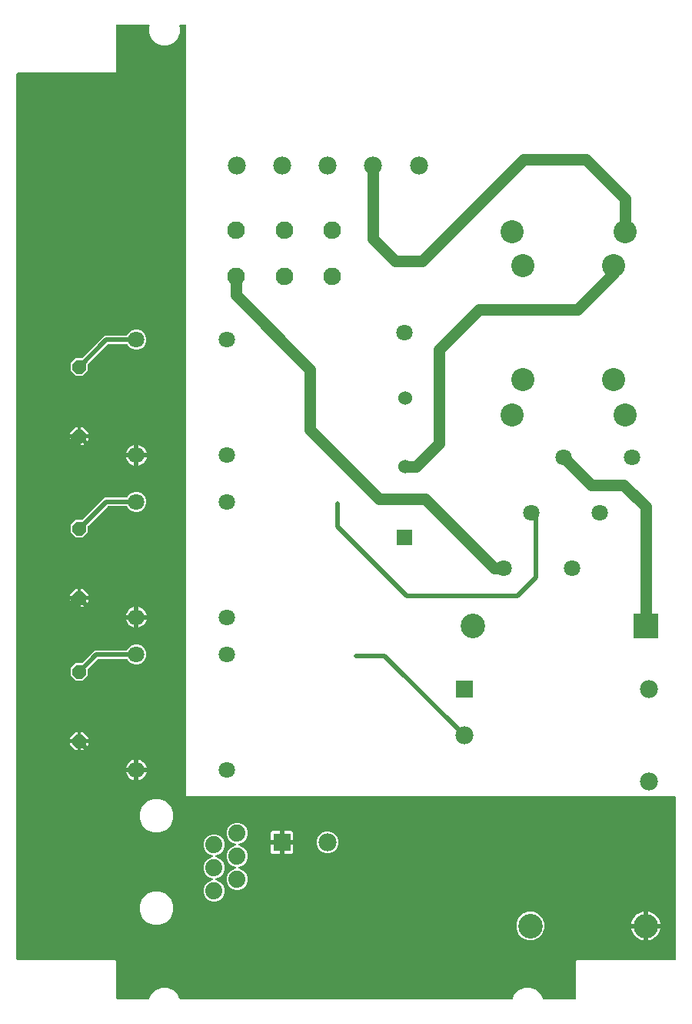
<source format=gbl>
G04 EAGLE Gerber RS-274X export*
G75*
%MOMM*%
%FSLAX34Y34*%
%LPD*%
%INBottom Copper*%
%IPPOS*%
%AMOC8*
5,1,8,0,0,1.08239X$1,22.5*%
G01*
%ADD10C,1.800000*%
%ADD11C,1.879600*%
%ADD12P,1.583577X8X292.500000*%
%ADD13C,1.930400*%
%ADD14R,2.700000X2.700000*%
%ADD15C,2.700000*%
%ADD16R,1.980000X1.980000*%
%ADD17C,1.980000*%
%ADD18C,2.540000*%
%ADD19R,1.800000X1.800000*%
%ADD20C,1.530000*%
%ADD21C,0.508000*%
%ADD22C,0.502400*%
%ADD23C,1.016000*%
%ADD24C,1.270000*%

G36*
X147325Y68734D02*
X147325Y68734D01*
X147355Y68732D01*
X147483Y68754D01*
X147611Y68771D01*
X147639Y68781D01*
X147668Y68787D01*
X147786Y68840D01*
X147907Y68888D01*
X147931Y68905D01*
X147958Y68917D01*
X148059Y68998D01*
X148164Y69074D01*
X148183Y69097D01*
X148206Y69116D01*
X148284Y69219D01*
X148367Y69319D01*
X148380Y69346D01*
X148398Y69370D01*
X148468Y69514D01*
X150587Y74630D01*
X155370Y79413D01*
X161618Y82001D01*
X168382Y82001D01*
X174630Y79413D01*
X179413Y74630D01*
X181532Y69514D01*
X181546Y69489D01*
X181555Y69461D01*
X181625Y69351D01*
X181689Y69238D01*
X181710Y69217D01*
X181725Y69192D01*
X181820Y69103D01*
X181910Y69010D01*
X181936Y68994D01*
X181957Y68974D01*
X182071Y68911D01*
X182182Y68843D01*
X182210Y68835D01*
X182236Y68820D01*
X182361Y68788D01*
X182485Y68750D01*
X182515Y68748D01*
X182544Y68741D01*
X182704Y68731D01*
X547296Y68731D01*
X547325Y68734D01*
X547355Y68732D01*
X547483Y68754D01*
X547611Y68771D01*
X547639Y68781D01*
X547668Y68787D01*
X547786Y68840D01*
X547907Y68888D01*
X547931Y68905D01*
X547958Y68917D01*
X548059Y68998D01*
X548164Y69074D01*
X548183Y69097D01*
X548206Y69116D01*
X548284Y69219D01*
X548367Y69319D01*
X548380Y69346D01*
X548398Y69370D01*
X548468Y69514D01*
X550587Y74630D01*
X555370Y79413D01*
X561618Y82001D01*
X568382Y82001D01*
X574630Y79413D01*
X579413Y74630D01*
X581532Y69514D01*
X581546Y69489D01*
X581555Y69461D01*
X581625Y69351D01*
X581689Y69238D01*
X581710Y69217D01*
X581725Y69192D01*
X581820Y69103D01*
X581910Y69010D01*
X581936Y68994D01*
X581957Y68974D01*
X582071Y68911D01*
X582182Y68843D01*
X582210Y68835D01*
X582236Y68820D01*
X582361Y68788D01*
X582485Y68750D01*
X582515Y68748D01*
X582544Y68741D01*
X582704Y68731D01*
X616730Y68731D01*
X616848Y68746D01*
X616967Y68753D01*
X617005Y68766D01*
X617046Y68771D01*
X617156Y68814D01*
X617269Y68851D01*
X617304Y68873D01*
X617341Y68888D01*
X617437Y68958D01*
X617538Y69021D01*
X617566Y69051D01*
X617599Y69074D01*
X617675Y69166D01*
X617756Y69253D01*
X617776Y69288D01*
X617801Y69319D01*
X617852Y69427D01*
X617910Y69531D01*
X617920Y69571D01*
X617937Y69607D01*
X617959Y69724D01*
X617989Y69839D01*
X617993Y69900D01*
X617997Y69920D01*
X617995Y69940D01*
X617999Y70000D01*
X617999Y110829D01*
X619171Y112001D01*
X726730Y112001D01*
X726848Y112016D01*
X726967Y112023D01*
X727005Y112036D01*
X727046Y112041D01*
X727156Y112084D01*
X727269Y112121D01*
X727304Y112143D01*
X727341Y112158D01*
X727437Y112227D01*
X727538Y112291D01*
X727566Y112321D01*
X727599Y112344D01*
X727675Y112436D01*
X727756Y112523D01*
X727776Y112558D01*
X727801Y112589D01*
X727852Y112697D01*
X727910Y112801D01*
X727920Y112841D01*
X727937Y112877D01*
X727959Y112994D01*
X727989Y113109D01*
X727993Y113169D01*
X727997Y113189D01*
X727995Y113210D01*
X727999Y113270D01*
X727999Y290860D01*
X727984Y290978D01*
X727977Y291097D01*
X727964Y291135D01*
X727959Y291176D01*
X727916Y291286D01*
X727879Y291399D01*
X727857Y291434D01*
X727842Y291471D01*
X727773Y291567D01*
X727709Y291668D01*
X727679Y291696D01*
X727656Y291729D01*
X727564Y291805D01*
X727477Y291886D01*
X727442Y291906D01*
X727411Y291931D01*
X727303Y291982D01*
X727199Y292040D01*
X727159Y292050D01*
X727123Y292067D01*
X727006Y292089D01*
X726891Y292119D01*
X726831Y292123D01*
X726811Y292127D01*
X726790Y292125D01*
X726730Y292129D01*
X188489Y292129D01*
X188489Y1140000D01*
X188474Y1140118D01*
X188467Y1140237D01*
X188454Y1140275D01*
X188449Y1140316D01*
X188406Y1140426D01*
X188369Y1140539D01*
X188347Y1140574D01*
X188332Y1140611D01*
X188263Y1140707D01*
X188199Y1140808D01*
X188169Y1140836D01*
X188146Y1140869D01*
X188054Y1140945D01*
X187967Y1141026D01*
X187932Y1141046D01*
X187901Y1141071D01*
X187793Y1141122D01*
X187689Y1141180D01*
X187649Y1141190D01*
X187613Y1141207D01*
X187496Y1141229D01*
X187381Y1141259D01*
X187321Y1141263D01*
X187301Y1141267D01*
X187280Y1141265D01*
X187220Y1141269D01*
X182704Y1141269D01*
X182655Y1141263D01*
X182605Y1141265D01*
X182498Y1141243D01*
X182389Y1141229D01*
X182342Y1141211D01*
X182294Y1141201D01*
X182195Y1141153D01*
X182093Y1141112D01*
X182053Y1141083D01*
X182008Y1141061D01*
X181925Y1140990D01*
X181836Y1140926D01*
X181804Y1140887D01*
X181766Y1140855D01*
X181703Y1140765D01*
X181633Y1140681D01*
X181612Y1140636D01*
X181583Y1140595D01*
X181544Y1140492D01*
X181497Y1140393D01*
X181488Y1140344D01*
X181470Y1140298D01*
X181458Y1140188D01*
X181438Y1140081D01*
X181441Y1140031D01*
X181435Y1139982D01*
X181450Y1139873D01*
X181457Y1139763D01*
X181473Y1139716D01*
X181480Y1139667D01*
X181532Y1139514D01*
X182001Y1138382D01*
X182001Y1131618D01*
X179413Y1125370D01*
X174630Y1120587D01*
X168382Y1117999D01*
X161618Y1117999D01*
X155370Y1120587D01*
X150587Y1125370D01*
X147999Y1131618D01*
X147999Y1138382D01*
X148468Y1139514D01*
X148480Y1139556D01*
X148494Y1139585D01*
X148494Y1139590D01*
X148503Y1139607D01*
X148523Y1139715D01*
X148552Y1139821D01*
X148553Y1139871D01*
X148562Y1139920D01*
X148556Y1140029D01*
X148557Y1140139D01*
X148546Y1140187D01*
X148543Y1140237D01*
X148509Y1140341D01*
X148483Y1140448D01*
X148460Y1140492D01*
X148445Y1140539D01*
X148386Y1140632D01*
X148335Y1140729D01*
X148301Y1140766D01*
X148275Y1140808D01*
X148194Y1140883D01*
X148121Y1140965D01*
X148079Y1140992D01*
X148043Y1141026D01*
X147947Y1141079D01*
X147855Y1141139D01*
X147808Y1141156D01*
X147764Y1141180D01*
X147658Y1141207D01*
X147554Y1141243D01*
X147505Y1141247D01*
X147456Y1141259D01*
X147296Y1141269D01*
X113270Y1141269D01*
X113152Y1141254D01*
X113033Y1141247D01*
X112995Y1141234D01*
X112954Y1141229D01*
X112844Y1141186D01*
X112731Y1141149D01*
X112696Y1141127D01*
X112659Y1141112D01*
X112563Y1141043D01*
X112462Y1140979D01*
X112434Y1140949D01*
X112401Y1140926D01*
X112325Y1140834D01*
X112244Y1140747D01*
X112224Y1140712D01*
X112199Y1140681D01*
X112148Y1140573D01*
X112090Y1140469D01*
X112080Y1140429D01*
X112063Y1140393D01*
X112041Y1140276D01*
X112011Y1140161D01*
X112007Y1140101D01*
X112003Y1140081D01*
X112004Y1140064D01*
X112003Y1140058D01*
X112004Y1140049D01*
X112001Y1140000D01*
X112001Y1089171D01*
X110829Y1087999D01*
X3270Y1087999D01*
X3152Y1087984D01*
X3033Y1087977D01*
X2995Y1087964D01*
X2954Y1087959D01*
X2844Y1087916D01*
X2731Y1087879D01*
X2696Y1087857D01*
X2659Y1087842D01*
X2563Y1087773D01*
X2462Y1087709D01*
X2434Y1087679D01*
X2401Y1087656D01*
X2325Y1087564D01*
X2244Y1087477D01*
X2224Y1087442D01*
X2199Y1087411D01*
X2148Y1087303D01*
X2090Y1087199D01*
X2080Y1087159D01*
X2063Y1087123D01*
X2041Y1087006D01*
X2011Y1086891D01*
X2007Y1086831D01*
X2003Y1086811D01*
X2005Y1086790D01*
X2001Y1086730D01*
X2001Y113270D01*
X2016Y113152D01*
X2023Y113033D01*
X2036Y112995D01*
X2041Y112954D01*
X2084Y112844D01*
X2121Y112731D01*
X2143Y112696D01*
X2158Y112659D01*
X2227Y112563D01*
X2291Y112462D01*
X2321Y112434D01*
X2344Y112401D01*
X2436Y112325D01*
X2523Y112244D01*
X2558Y112224D01*
X2589Y112199D01*
X2697Y112148D01*
X2801Y112090D01*
X2841Y112080D01*
X2877Y112063D01*
X2994Y112041D01*
X3109Y112011D01*
X3169Y112007D01*
X3189Y112003D01*
X3210Y112005D01*
X3270Y112001D01*
X110829Y112001D01*
X112001Y110829D01*
X112001Y70000D01*
X112016Y69882D01*
X112023Y69763D01*
X112036Y69725D01*
X112041Y69684D01*
X112084Y69574D01*
X112121Y69461D01*
X112143Y69426D01*
X112158Y69389D01*
X112227Y69293D01*
X112291Y69192D01*
X112321Y69164D01*
X112344Y69131D01*
X112436Y69056D01*
X112523Y68974D01*
X112558Y68954D01*
X112589Y68929D01*
X112697Y68878D01*
X112801Y68820D01*
X112841Y68810D01*
X112877Y68793D01*
X112994Y68771D01*
X113109Y68741D01*
X113169Y68737D01*
X113189Y68733D01*
X113210Y68735D01*
X113270Y68731D01*
X147296Y68731D01*
X147325Y68734D01*
G37*
%LPC*%
G36*
X217343Y176841D02*
X217343Y176841D01*
X213135Y178584D01*
X209914Y181805D01*
X208171Y186013D01*
X208171Y190567D01*
X209914Y194775D01*
X213135Y197996D01*
X217533Y199817D01*
X217653Y199886D01*
X217776Y199951D01*
X217791Y199965D01*
X217809Y199975D01*
X217909Y200072D01*
X218012Y200165D01*
X218023Y200182D01*
X218037Y200196D01*
X218110Y200315D01*
X218186Y200431D01*
X218193Y200450D01*
X218203Y200467D01*
X218244Y200600D01*
X218290Y200732D01*
X218291Y200752D01*
X218297Y200771D01*
X218304Y200910D01*
X218315Y201049D01*
X218311Y201069D01*
X218312Y201089D01*
X218284Y201225D01*
X218260Y201362D01*
X218252Y201381D01*
X218248Y201400D01*
X218187Y201526D01*
X218130Y201652D01*
X218117Y201668D01*
X218108Y201686D01*
X218018Y201792D01*
X217931Y201900D01*
X217915Y201913D01*
X217902Y201928D01*
X217788Y202008D01*
X217677Y202092D01*
X217652Y202104D01*
X217642Y202111D01*
X217623Y202118D01*
X217533Y202163D01*
X213135Y203984D01*
X209914Y207205D01*
X208171Y211413D01*
X208171Y215967D01*
X209914Y220175D01*
X213135Y223396D01*
X217533Y225217D01*
X217653Y225286D01*
X217776Y225351D01*
X217791Y225365D01*
X217809Y225375D01*
X217909Y225472D01*
X218012Y225565D01*
X218023Y225582D01*
X218037Y225596D01*
X218110Y225715D01*
X218186Y225831D01*
X218193Y225850D01*
X218203Y225867D01*
X218244Y226000D01*
X218290Y226132D01*
X218291Y226152D01*
X218297Y226171D01*
X218304Y226310D01*
X218315Y226449D01*
X218311Y226469D01*
X218312Y226489D01*
X218284Y226625D01*
X218260Y226762D01*
X218252Y226781D01*
X218248Y226800D01*
X218187Y226926D01*
X218130Y227052D01*
X218117Y227068D01*
X218108Y227086D01*
X218018Y227192D01*
X217931Y227300D01*
X217915Y227313D01*
X217902Y227328D01*
X217788Y227408D01*
X217677Y227492D01*
X217652Y227504D01*
X217642Y227511D01*
X217623Y227518D01*
X217533Y227563D01*
X213135Y229384D01*
X209914Y232605D01*
X208171Y236813D01*
X208171Y241367D01*
X209914Y245575D01*
X213135Y248796D01*
X217343Y250539D01*
X221897Y250539D01*
X226105Y248796D01*
X229326Y245575D01*
X231069Y241367D01*
X231069Y236813D01*
X229326Y232605D01*
X226105Y229384D01*
X221707Y227563D01*
X221587Y227494D01*
X221464Y227429D01*
X221449Y227415D01*
X221431Y227405D01*
X221331Y227308D01*
X221228Y227215D01*
X221217Y227198D01*
X221203Y227184D01*
X221130Y227066D01*
X221054Y226949D01*
X221047Y226930D01*
X221037Y226913D01*
X220996Y226780D01*
X220950Y226648D01*
X220949Y226628D01*
X220943Y226609D01*
X220936Y226470D01*
X220925Y226331D01*
X220929Y226311D01*
X220928Y226291D01*
X220956Y226155D01*
X220980Y226018D01*
X220988Y225999D01*
X220992Y225980D01*
X221053Y225855D01*
X221110Y225728D01*
X221123Y225712D01*
X221132Y225694D01*
X221222Y225588D01*
X221309Y225480D01*
X221325Y225467D01*
X221338Y225452D01*
X221452Y225372D01*
X221563Y225288D01*
X221588Y225276D01*
X221598Y225269D01*
X221617Y225262D01*
X221707Y225217D01*
X226105Y223396D01*
X229326Y220175D01*
X231069Y215967D01*
X231069Y211413D01*
X229326Y207205D01*
X226105Y203984D01*
X221707Y202163D01*
X221587Y202094D01*
X221464Y202029D01*
X221449Y202015D01*
X221431Y202005D01*
X221331Y201908D01*
X221228Y201815D01*
X221217Y201798D01*
X221203Y201784D01*
X221130Y201666D01*
X221054Y201549D01*
X221047Y201530D01*
X221037Y201513D01*
X220996Y201380D01*
X220950Y201248D01*
X220949Y201228D01*
X220943Y201209D01*
X220936Y201070D01*
X220925Y200931D01*
X220929Y200911D01*
X220928Y200891D01*
X220956Y200755D01*
X220980Y200618D01*
X220988Y200599D01*
X220992Y200580D01*
X221053Y200455D01*
X221110Y200328D01*
X221123Y200312D01*
X221132Y200294D01*
X221222Y200188D01*
X221309Y200080D01*
X221325Y200067D01*
X221338Y200052D01*
X221452Y199972D01*
X221563Y199888D01*
X221588Y199876D01*
X221598Y199869D01*
X221617Y199862D01*
X221707Y199817D01*
X226105Y197996D01*
X229326Y194775D01*
X231069Y190567D01*
X231069Y186013D01*
X229326Y181805D01*
X226105Y178584D01*
X221897Y176841D01*
X217343Y176841D01*
G37*
%LPD*%
%LPC*%
G36*
X242743Y189541D02*
X242743Y189541D01*
X238535Y191284D01*
X235314Y194505D01*
X233571Y198713D01*
X233571Y203267D01*
X235314Y207475D01*
X238535Y210696D01*
X242933Y212517D01*
X243053Y212586D01*
X243176Y212651D01*
X243191Y212665D01*
X243209Y212675D01*
X243309Y212772D01*
X243412Y212865D01*
X243423Y212882D01*
X243437Y212896D01*
X243510Y213015D01*
X243586Y213131D01*
X243593Y213150D01*
X243603Y213167D01*
X243644Y213300D01*
X243690Y213432D01*
X243691Y213452D01*
X243697Y213471D01*
X243704Y213610D01*
X243715Y213749D01*
X243711Y213769D01*
X243712Y213789D01*
X243684Y213925D01*
X243660Y214062D01*
X243652Y214081D01*
X243648Y214100D01*
X243587Y214226D01*
X243530Y214352D01*
X243517Y214368D01*
X243508Y214386D01*
X243418Y214492D01*
X243331Y214600D01*
X243315Y214613D01*
X243302Y214628D01*
X243188Y214708D01*
X243077Y214792D01*
X243052Y214804D01*
X243042Y214811D01*
X243023Y214818D01*
X242933Y214863D01*
X238535Y216684D01*
X235314Y219905D01*
X233571Y224113D01*
X233571Y228667D01*
X235314Y232875D01*
X238535Y236096D01*
X242933Y237917D01*
X243053Y237986D01*
X243176Y238051D01*
X243191Y238065D01*
X243209Y238075D01*
X243309Y238172D01*
X243412Y238265D01*
X243423Y238282D01*
X243437Y238296D01*
X243510Y238415D01*
X243586Y238531D01*
X243593Y238550D01*
X243603Y238567D01*
X243644Y238700D01*
X243690Y238832D01*
X243691Y238852D01*
X243697Y238871D01*
X243704Y239010D01*
X243715Y239149D01*
X243711Y239169D01*
X243712Y239189D01*
X243684Y239325D01*
X243660Y239462D01*
X243652Y239481D01*
X243648Y239500D01*
X243587Y239626D01*
X243530Y239752D01*
X243517Y239768D01*
X243508Y239786D01*
X243418Y239892D01*
X243331Y240000D01*
X243315Y240013D01*
X243302Y240028D01*
X243188Y240108D01*
X243077Y240192D01*
X243052Y240204D01*
X243042Y240211D01*
X243023Y240218D01*
X242933Y240263D01*
X238535Y242084D01*
X235314Y245305D01*
X233571Y249513D01*
X233571Y254067D01*
X235314Y258275D01*
X238535Y261496D01*
X242743Y263239D01*
X247297Y263239D01*
X251505Y261496D01*
X254726Y258275D01*
X256469Y254067D01*
X256469Y249513D01*
X254726Y245305D01*
X251505Y242084D01*
X247107Y240263D01*
X246987Y240194D01*
X246864Y240129D01*
X246849Y240115D01*
X246831Y240105D01*
X246731Y240008D01*
X246628Y239915D01*
X246617Y239898D01*
X246603Y239884D01*
X246530Y239766D01*
X246454Y239649D01*
X246447Y239630D01*
X246437Y239613D01*
X246396Y239480D01*
X246350Y239348D01*
X246349Y239328D01*
X246343Y239309D01*
X246336Y239170D01*
X246325Y239031D01*
X246329Y239011D01*
X246328Y238991D01*
X246356Y238855D01*
X246380Y238718D01*
X246388Y238699D01*
X246392Y238680D01*
X246453Y238555D01*
X246510Y238428D01*
X246523Y238412D01*
X246532Y238394D01*
X246622Y238288D01*
X246709Y238180D01*
X246725Y238167D01*
X246738Y238152D01*
X246852Y238072D01*
X246963Y237988D01*
X246988Y237976D01*
X246998Y237969D01*
X247017Y237962D01*
X247107Y237917D01*
X251505Y236096D01*
X254726Y232875D01*
X256469Y228667D01*
X256469Y224113D01*
X254726Y219905D01*
X251505Y216684D01*
X247107Y214863D01*
X246987Y214794D01*
X246864Y214729D01*
X246849Y214715D01*
X246831Y214705D01*
X246731Y214608D01*
X246628Y214515D01*
X246617Y214498D01*
X246603Y214484D01*
X246530Y214366D01*
X246454Y214249D01*
X246447Y214230D01*
X246437Y214213D01*
X246396Y214080D01*
X246350Y213948D01*
X246349Y213928D01*
X246343Y213909D01*
X246336Y213770D01*
X246325Y213631D01*
X246329Y213611D01*
X246328Y213591D01*
X246356Y213455D01*
X246380Y213318D01*
X246388Y213299D01*
X246392Y213280D01*
X246453Y213155D01*
X246510Y213028D01*
X246523Y213012D01*
X246532Y212994D01*
X246622Y212888D01*
X246709Y212780D01*
X246725Y212767D01*
X246738Y212752D01*
X246852Y212672D01*
X246963Y212588D01*
X246988Y212576D01*
X246998Y212569D01*
X247017Y212562D01*
X247107Y212517D01*
X251505Y210696D01*
X254726Y207475D01*
X256469Y203267D01*
X256469Y198713D01*
X254726Y194505D01*
X251505Y191284D01*
X247297Y189541D01*
X242743Y189541D01*
G37*
%LPD*%
%LPC*%
G36*
X67241Y755174D02*
X67241Y755174D01*
X61754Y760661D01*
X61754Y768419D01*
X67241Y773906D01*
X73468Y773906D01*
X73566Y773918D01*
X73665Y773921D01*
X73723Y773938D01*
X73783Y773946D01*
X73876Y773982D01*
X73971Y774010D01*
X74023Y774041D01*
X74079Y774063D01*
X74159Y774121D01*
X74245Y774171D01*
X74320Y774238D01*
X74336Y774250D01*
X74344Y774259D01*
X74365Y774278D01*
X98998Y798911D01*
X123012Y798911D01*
X123042Y798914D01*
X123071Y798912D01*
X123199Y798934D01*
X123328Y798951D01*
X123355Y798961D01*
X123384Y798966D01*
X123503Y799020D01*
X123623Y799068D01*
X123647Y799085D01*
X123674Y799097D01*
X123776Y799178D01*
X123881Y799254D01*
X123900Y799277D01*
X123923Y799296D01*
X124001Y799399D01*
X124084Y799499D01*
X124096Y799526D01*
X124114Y799550D01*
X124185Y799694D01*
X124552Y800580D01*
X127660Y803688D01*
X131722Y805371D01*
X136118Y805371D01*
X140180Y803688D01*
X143288Y800580D01*
X144971Y796518D01*
X144971Y792122D01*
X143288Y788060D01*
X140180Y784952D01*
X136118Y783269D01*
X131722Y783269D01*
X127660Y784952D01*
X124552Y788060D01*
X124185Y788946D01*
X124170Y788971D01*
X124161Y788999D01*
X124092Y789109D01*
X124027Y789222D01*
X124007Y789243D01*
X123991Y789268D01*
X123896Y789357D01*
X123806Y789450D01*
X123781Y789466D01*
X123759Y789486D01*
X123646Y789549D01*
X123535Y789617D01*
X123507Y789625D01*
X123481Y789640D01*
X123355Y789672D01*
X123231Y789710D01*
X123201Y789712D01*
X123173Y789719D01*
X123012Y789729D01*
X103327Y789729D01*
X103229Y789717D01*
X103130Y789714D01*
X103072Y789697D01*
X103012Y789689D01*
X102920Y789653D01*
X102825Y789625D01*
X102772Y789595D01*
X102716Y789572D01*
X102636Y789514D01*
X102551Y789464D01*
X102475Y789398D01*
X102459Y789386D01*
X102451Y789376D01*
X102430Y789358D01*
X80858Y767785D01*
X80797Y767707D01*
X80729Y767635D01*
X80700Y767582D01*
X80663Y767534D01*
X80623Y767443D01*
X80576Y767357D01*
X80560Y767298D01*
X80536Y767242D01*
X80521Y767144D01*
X80496Y767049D01*
X80490Y766949D01*
X80487Y766928D01*
X80488Y766916D01*
X80486Y766888D01*
X80486Y760661D01*
X74999Y755174D01*
X67241Y755174D01*
G37*
%LPD*%
%LPC*%
G36*
X67241Y577374D02*
X67241Y577374D01*
X61754Y582861D01*
X61754Y590619D01*
X67241Y596106D01*
X73468Y596106D01*
X73566Y596118D01*
X73665Y596121D01*
X73723Y596138D01*
X73783Y596146D01*
X73876Y596182D01*
X73971Y596210D01*
X74023Y596241D01*
X74079Y596263D01*
X74159Y596321D01*
X74245Y596371D01*
X74320Y596438D01*
X74336Y596450D01*
X74344Y596459D01*
X74365Y596478D01*
X98678Y620791D01*
X123012Y620791D01*
X123042Y620794D01*
X123071Y620792D01*
X123199Y620814D01*
X123328Y620831D01*
X123355Y620841D01*
X123384Y620846D01*
X123503Y620900D01*
X123623Y620948D01*
X123647Y620965D01*
X123674Y620977D01*
X123776Y621058D01*
X123881Y621134D01*
X123900Y621157D01*
X123923Y621176D01*
X124001Y621279D01*
X124084Y621379D01*
X124096Y621406D01*
X124114Y621430D01*
X124185Y621574D01*
X124552Y622460D01*
X127660Y625568D01*
X131722Y627251D01*
X136118Y627251D01*
X140180Y625568D01*
X143288Y622460D01*
X144971Y618398D01*
X144971Y614002D01*
X143288Y609940D01*
X140180Y606832D01*
X136118Y605149D01*
X131722Y605149D01*
X127660Y606832D01*
X124552Y609940D01*
X124185Y610826D01*
X124170Y610851D01*
X124161Y610879D01*
X124092Y610989D01*
X124027Y611102D01*
X124007Y611123D01*
X123991Y611148D01*
X123896Y611237D01*
X123806Y611330D01*
X123781Y611346D01*
X123759Y611366D01*
X123646Y611429D01*
X123535Y611497D01*
X123507Y611505D01*
X123481Y611520D01*
X123355Y611552D01*
X123231Y611590D01*
X123201Y611592D01*
X123173Y611599D01*
X123012Y611609D01*
X103007Y611609D01*
X102909Y611597D01*
X102810Y611594D01*
X102752Y611577D01*
X102692Y611569D01*
X102600Y611533D01*
X102505Y611505D01*
X102452Y611475D01*
X102396Y611452D01*
X102316Y611394D01*
X102231Y611344D01*
X102155Y611278D01*
X102139Y611266D01*
X102131Y611256D01*
X102110Y611238D01*
X80858Y589985D01*
X80797Y589907D01*
X80729Y589835D01*
X80700Y589782D01*
X80663Y589734D01*
X80623Y589643D01*
X80576Y589557D01*
X80560Y589498D01*
X80536Y589442D01*
X80521Y589344D01*
X80496Y589249D01*
X80490Y589149D01*
X80487Y589128D01*
X80488Y589116D01*
X80486Y589088D01*
X80486Y582861D01*
X74999Y577374D01*
X67241Y577374D01*
G37*
%LPD*%
%LPC*%
G36*
X67241Y419894D02*
X67241Y419894D01*
X61754Y425381D01*
X61754Y433139D01*
X67241Y438626D01*
X73468Y438626D01*
X73566Y438638D01*
X73665Y438641D01*
X73723Y438658D01*
X73783Y438666D01*
X73876Y438702D01*
X73971Y438730D01*
X74023Y438760D01*
X74079Y438783D01*
X74159Y438841D01*
X74245Y438891D01*
X74320Y438958D01*
X74336Y438970D01*
X74344Y438979D01*
X74365Y438998D01*
X85138Y449770D01*
X88198Y452831D01*
X123012Y452831D01*
X123042Y452834D01*
X123071Y452832D01*
X123199Y452854D01*
X123328Y452871D01*
X123355Y452881D01*
X123384Y452886D01*
X123503Y452940D01*
X123623Y452988D01*
X123647Y453005D01*
X123674Y453017D01*
X123776Y453098D01*
X123881Y453174D01*
X123900Y453197D01*
X123923Y453216D01*
X124001Y453319D01*
X124084Y453419D01*
X124096Y453446D01*
X124114Y453470D01*
X124185Y453614D01*
X124552Y454500D01*
X127660Y457608D01*
X131722Y459291D01*
X136118Y459291D01*
X140180Y457608D01*
X143288Y454500D01*
X144971Y450438D01*
X144971Y446042D01*
X143288Y441980D01*
X140180Y438872D01*
X136118Y437189D01*
X131722Y437189D01*
X127660Y438872D01*
X124552Y441980D01*
X124185Y442866D01*
X124170Y442891D01*
X124161Y442919D01*
X124092Y443029D01*
X124027Y443142D01*
X124007Y443163D01*
X123991Y443188D01*
X123896Y443277D01*
X123806Y443370D01*
X123781Y443386D01*
X123759Y443406D01*
X123646Y443469D01*
X123535Y443537D01*
X123507Y443545D01*
X123481Y443560D01*
X123355Y443592D01*
X123231Y443630D01*
X123201Y443632D01*
X123173Y443639D01*
X123012Y443649D01*
X92527Y443649D01*
X92429Y443637D01*
X92330Y443634D01*
X92272Y443617D01*
X92212Y443609D01*
X92120Y443573D01*
X92025Y443545D01*
X91972Y443515D01*
X91916Y443492D01*
X91836Y443434D01*
X91751Y443384D01*
X91675Y443318D01*
X91659Y443306D01*
X91651Y443296D01*
X91630Y443278D01*
X80858Y432505D01*
X80797Y432427D01*
X80729Y432355D01*
X80700Y432302D01*
X80663Y432254D01*
X80623Y432163D01*
X80576Y432077D01*
X80560Y432018D01*
X80536Y431962D01*
X80521Y431864D01*
X80496Y431769D01*
X80490Y431669D01*
X80487Y431648D01*
X80488Y431636D01*
X80486Y431608D01*
X80486Y425381D01*
X74999Y419894D01*
X67241Y419894D01*
G37*
%LPD*%
%LPC*%
G36*
X152488Y150983D02*
X152488Y150983D01*
X145778Y153763D01*
X140643Y158898D01*
X137863Y165608D01*
X137863Y172872D01*
X140643Y179582D01*
X145778Y184717D01*
X152488Y187497D01*
X159752Y187497D01*
X166462Y184717D01*
X171597Y179582D01*
X174377Y172872D01*
X174377Y165608D01*
X171597Y158898D01*
X166462Y153763D01*
X159752Y150983D01*
X152488Y150983D01*
G37*
%LPD*%
%LPC*%
G36*
X152488Y252583D02*
X152488Y252583D01*
X145778Y255363D01*
X140643Y260498D01*
X137863Y267208D01*
X137863Y274472D01*
X140643Y281182D01*
X145778Y286317D01*
X152488Y289097D01*
X159752Y289097D01*
X166462Y286317D01*
X171597Y281182D01*
X174377Y274472D01*
X174377Y267208D01*
X171597Y260498D01*
X166462Y255363D01*
X159752Y252583D01*
X152488Y252583D01*
G37*
%LPD*%
%LPC*%
G36*
X564857Y134249D02*
X564857Y134249D01*
X559141Y136617D01*
X554767Y140991D01*
X552399Y146707D01*
X552399Y152893D01*
X554767Y158609D01*
X559141Y162983D01*
X564857Y165351D01*
X571043Y165351D01*
X576759Y162983D01*
X581133Y158609D01*
X583501Y152893D01*
X583501Y146707D01*
X581133Y140991D01*
X576759Y136617D01*
X571043Y134249D01*
X564857Y134249D01*
G37*
%LPD*%
%LPC*%
G36*
X341823Y229649D02*
X341823Y229649D01*
X337430Y231469D01*
X334069Y234830D01*
X332249Y239223D01*
X332249Y243977D01*
X334069Y248370D01*
X337430Y251731D01*
X341823Y253551D01*
X346577Y253551D01*
X350970Y251731D01*
X354331Y248370D01*
X356151Y243977D01*
X356151Y239223D01*
X354331Y234830D01*
X350970Y231469D01*
X346577Y229649D01*
X341823Y229649D01*
G37*
%LPD*%
%LPC*%
G36*
X697539Y152339D02*
X697539Y152339D01*
X697539Y165645D01*
X698136Y165566D01*
X700167Y165022D01*
X702110Y164217D01*
X703931Y163166D01*
X705599Y161886D01*
X707086Y160399D01*
X708366Y158731D01*
X709417Y156910D01*
X710222Y154967D01*
X710766Y152936D01*
X710845Y152339D01*
X697539Y152339D01*
G37*
%LPD*%
%LPC*%
G36*
X679155Y152339D02*
X679155Y152339D01*
X679234Y152936D01*
X679778Y154967D01*
X680583Y156910D01*
X681634Y158731D01*
X682914Y160399D01*
X684401Y161886D01*
X686069Y163166D01*
X687890Y164217D01*
X689833Y165022D01*
X691864Y165566D01*
X692461Y165645D01*
X692461Y152339D01*
X679155Y152339D01*
G37*
%LPD*%
%LPC*%
G36*
X697539Y147261D02*
X697539Y147261D01*
X710845Y147261D01*
X710766Y146664D01*
X710222Y144633D01*
X709417Y142690D01*
X708366Y140869D01*
X707086Y139201D01*
X705599Y137714D01*
X703931Y136434D01*
X702110Y135383D01*
X700167Y134578D01*
X698136Y134034D01*
X697539Y133955D01*
X697539Y147261D01*
G37*
%LPD*%
%LPC*%
G36*
X691864Y134034D02*
X691864Y134034D01*
X689833Y134578D01*
X687890Y135383D01*
X686069Y136434D01*
X684401Y137714D01*
X682914Y139201D01*
X681634Y140869D01*
X680583Y142690D01*
X679778Y144633D01*
X679234Y146664D01*
X679155Y147261D01*
X692461Y147261D01*
X692461Y133955D01*
X691864Y134034D01*
G37*
%LPD*%
%LPC*%
G36*
X296739Y244139D02*
X296739Y244139D01*
X296739Y254041D01*
X304434Y254041D01*
X305081Y253868D01*
X305660Y253533D01*
X306133Y253060D01*
X306468Y252481D01*
X306641Y251834D01*
X306641Y244139D01*
X296739Y244139D01*
G37*
%LPD*%
%LPC*%
G36*
X296739Y229159D02*
X296739Y229159D01*
X296739Y239061D01*
X306641Y239061D01*
X306641Y231366D01*
X306468Y230719D01*
X306133Y230140D01*
X305660Y229667D01*
X305081Y229332D01*
X304434Y229159D01*
X296739Y229159D01*
G37*
%LPD*%
%LPC*%
G36*
X281759Y244139D02*
X281759Y244139D01*
X281759Y251834D01*
X281932Y252481D01*
X282267Y253060D01*
X282740Y253533D01*
X283319Y253868D01*
X283966Y254041D01*
X291661Y254041D01*
X291661Y244139D01*
X281759Y244139D01*
G37*
%LPD*%
%LPC*%
G36*
X283966Y229159D02*
X283966Y229159D01*
X283319Y229332D01*
X282740Y229667D01*
X282267Y230140D01*
X281932Y230719D01*
X281759Y231366D01*
X281759Y239061D01*
X291661Y239061D01*
X291661Y229159D01*
X283966Y229159D01*
G37*
%LPD*%
%LPC*%
G36*
X136419Y669819D02*
X136419Y669819D01*
X136419Y678609D01*
X136623Y678577D01*
X138350Y678015D01*
X139969Y677191D01*
X141438Y676123D01*
X142723Y674838D01*
X143791Y673369D01*
X144615Y671750D01*
X145177Y670023D01*
X145209Y669819D01*
X136419Y669819D01*
G37*
%LPD*%
%LPC*%
G36*
X136419Y323739D02*
X136419Y323739D01*
X136419Y332529D01*
X136623Y332497D01*
X138350Y331935D01*
X139969Y331111D01*
X141438Y330043D01*
X142723Y328758D01*
X143791Y327289D01*
X144615Y325670D01*
X145177Y323943D01*
X145209Y323739D01*
X136419Y323739D01*
G37*
%LPD*%
%LPC*%
G36*
X136419Y491699D02*
X136419Y491699D01*
X136419Y500489D01*
X136623Y500457D01*
X138350Y499895D01*
X139969Y499071D01*
X141438Y498003D01*
X142723Y496718D01*
X143791Y495249D01*
X144615Y493630D01*
X145177Y491903D01*
X145209Y491699D01*
X136419Y491699D01*
G37*
%LPD*%
%LPC*%
G36*
X136419Y486701D02*
X136419Y486701D01*
X145209Y486701D01*
X145177Y486497D01*
X144615Y484770D01*
X143791Y483151D01*
X142723Y481682D01*
X141438Y480397D01*
X139969Y479329D01*
X138350Y478505D01*
X136623Y477943D01*
X136419Y477911D01*
X136419Y486701D01*
G37*
%LPD*%
%LPC*%
G36*
X122631Y669819D02*
X122631Y669819D01*
X122663Y670023D01*
X123225Y671750D01*
X124049Y673369D01*
X125117Y674838D01*
X126402Y676123D01*
X127871Y677191D01*
X129490Y678015D01*
X131217Y678577D01*
X131421Y678609D01*
X131421Y669819D01*
X122631Y669819D01*
G37*
%LPD*%
%LPC*%
G36*
X136419Y664821D02*
X136419Y664821D01*
X145209Y664821D01*
X145177Y664617D01*
X144615Y662890D01*
X143791Y661271D01*
X142723Y659802D01*
X141438Y658517D01*
X139969Y657449D01*
X138350Y656625D01*
X136623Y656063D01*
X136419Y656031D01*
X136419Y664821D01*
G37*
%LPD*%
%LPC*%
G36*
X122631Y323739D02*
X122631Y323739D01*
X122663Y323943D01*
X123225Y325670D01*
X124049Y327289D01*
X125117Y328758D01*
X126402Y330043D01*
X127871Y331111D01*
X129490Y331935D01*
X131217Y332497D01*
X131421Y332529D01*
X131421Y323739D01*
X122631Y323739D01*
G37*
%LPD*%
%LPC*%
G36*
X136419Y318741D02*
X136419Y318741D01*
X145209Y318741D01*
X145177Y318537D01*
X144615Y316810D01*
X143791Y315191D01*
X142723Y313722D01*
X141438Y312437D01*
X139969Y311369D01*
X138350Y310545D01*
X136623Y309983D01*
X136419Y309951D01*
X136419Y318741D01*
G37*
%LPD*%
%LPC*%
G36*
X122631Y491699D02*
X122631Y491699D01*
X122663Y491903D01*
X123225Y493630D01*
X124049Y495249D01*
X125117Y496718D01*
X126402Y498003D01*
X127871Y499071D01*
X129490Y499895D01*
X131217Y500457D01*
X131421Y500489D01*
X131421Y491699D01*
X122631Y491699D01*
G37*
%LPD*%
%LPC*%
G36*
X131217Y477943D02*
X131217Y477943D01*
X129490Y478505D01*
X127871Y479329D01*
X126402Y480397D01*
X125117Y481682D01*
X124049Y483151D01*
X123225Y484770D01*
X122663Y486497D01*
X122631Y486701D01*
X131421Y486701D01*
X131421Y477911D01*
X131217Y477943D01*
G37*
%LPD*%
%LPC*%
G36*
X131217Y309983D02*
X131217Y309983D01*
X129490Y310545D01*
X127871Y311369D01*
X126402Y312437D01*
X125117Y313722D01*
X124049Y315191D01*
X123225Y316810D01*
X122663Y318537D01*
X122631Y318741D01*
X131421Y318741D01*
X131421Y309951D01*
X131217Y309983D01*
G37*
%LPD*%
%LPC*%
G36*
X131217Y656063D02*
X131217Y656063D01*
X129490Y656625D01*
X127871Y657449D01*
X126402Y658517D01*
X125117Y659802D01*
X124049Y661271D01*
X123225Y662890D01*
X122663Y664617D01*
X122631Y664821D01*
X131421Y664821D01*
X131421Y656031D01*
X131217Y656063D01*
G37*
%LPD*%
%LPC*%
G36*
X73151Y690371D02*
X73151Y690371D01*
X73151Y698196D01*
X75202Y698196D01*
X80976Y692422D01*
X80976Y690371D01*
X73151Y690371D01*
G37*
%LPD*%
%LPC*%
G36*
X73151Y512571D02*
X73151Y512571D01*
X73151Y520396D01*
X75202Y520396D01*
X80976Y514622D01*
X80976Y512571D01*
X73151Y512571D01*
G37*
%LPD*%
%LPC*%
G36*
X73151Y355091D02*
X73151Y355091D01*
X73151Y362916D01*
X75202Y362916D01*
X80976Y357142D01*
X80976Y355091D01*
X73151Y355091D01*
G37*
%LPD*%
%LPC*%
G36*
X73151Y351029D02*
X73151Y351029D01*
X80976Y351029D01*
X80976Y348978D01*
X75202Y343204D01*
X73151Y343204D01*
X73151Y351029D01*
G37*
%LPD*%
%LPC*%
G36*
X61264Y512571D02*
X61264Y512571D01*
X61264Y514622D01*
X67038Y520396D01*
X69089Y520396D01*
X69089Y512571D01*
X61264Y512571D01*
G37*
%LPD*%
%LPC*%
G36*
X61264Y355091D02*
X61264Y355091D01*
X61264Y357142D01*
X67038Y362916D01*
X69089Y362916D01*
X69089Y355091D01*
X61264Y355091D01*
G37*
%LPD*%
%LPC*%
G36*
X61264Y690371D02*
X61264Y690371D01*
X61264Y692422D01*
X67038Y698196D01*
X69089Y698196D01*
X69089Y690371D01*
X61264Y690371D01*
G37*
%LPD*%
%LPC*%
G36*
X73151Y500684D02*
X73151Y500684D01*
X73151Y508509D01*
X80976Y508509D01*
X80976Y506458D01*
X75202Y500684D01*
X73151Y500684D01*
G37*
%LPD*%
%LPC*%
G36*
X73151Y678484D02*
X73151Y678484D01*
X73151Y686309D01*
X80976Y686309D01*
X80976Y684258D01*
X75202Y678484D01*
X73151Y678484D01*
G37*
%LPD*%
%LPC*%
G36*
X67038Y343204D02*
X67038Y343204D01*
X61264Y348978D01*
X61264Y351029D01*
X69089Y351029D01*
X69089Y343204D01*
X67038Y343204D01*
G37*
%LPD*%
%LPC*%
G36*
X67038Y678484D02*
X67038Y678484D01*
X61264Y684258D01*
X61264Y686309D01*
X69089Y686309D01*
X69089Y678484D01*
X67038Y678484D01*
G37*
%LPD*%
%LPC*%
G36*
X67038Y500684D02*
X67038Y500684D01*
X61264Y506458D01*
X61264Y508509D01*
X69089Y508509D01*
X69089Y500684D01*
X67038Y500684D01*
G37*
%LPD*%
%LPC*%
G36*
X294199Y241599D02*
X294199Y241599D01*
X294199Y241601D01*
X294201Y241601D01*
X294201Y241599D01*
X294199Y241599D01*
G37*
%LPD*%
%LPC*%
G36*
X694999Y149799D02*
X694999Y149799D01*
X694999Y149801D01*
X695001Y149801D01*
X695001Y149799D01*
X694999Y149799D01*
G37*
%LPD*%
D10*
X233920Y321240D03*
X233920Y448240D03*
X133920Y448240D03*
X133920Y321240D03*
D11*
X245020Y251790D03*
X219620Y239090D03*
X245020Y226390D03*
X219620Y213690D03*
X245020Y200990D03*
X219620Y188290D03*
D12*
X71120Y429260D03*
X71120Y353060D03*
D10*
X233920Y489200D03*
X233920Y616200D03*
X133920Y616200D03*
X133920Y489200D03*
D12*
X71120Y586740D03*
X71120Y510540D03*
D10*
X233920Y667320D03*
X233920Y794320D03*
X133920Y794320D03*
X133920Y667320D03*
D12*
X71120Y764540D03*
X71120Y688340D03*
D13*
X296740Y914520D03*
X296740Y863720D03*
X350000Y914520D03*
X350000Y863720D03*
X243480Y914520D03*
X243480Y863720D03*
D14*
X695000Y480000D03*
D15*
X504500Y480000D03*
X567950Y149800D03*
X695000Y149800D03*
D16*
X495000Y410000D03*
D17*
X495000Y359200D03*
X698200Y308400D03*
X698200Y410000D03*
D10*
X604520Y665480D03*
X679520Y665480D03*
X568960Y604520D03*
X643960Y604520D03*
X538480Y543560D03*
X613480Y543560D03*
D18*
X559200Y875680D03*
X659200Y875680D03*
X559200Y750680D03*
X659200Y750680D03*
X547600Y912980D03*
X672600Y912980D03*
X547600Y711980D03*
X672600Y711980D03*
D19*
X429240Y577000D03*
D10*
X429240Y802000D03*
D20*
X430240Y655000D03*
X430240Y730000D03*
D17*
X344200Y241600D03*
D16*
X294200Y241600D03*
D17*
X444880Y985660D03*
X394880Y985660D03*
X344880Y985660D03*
X294880Y985660D03*
X244880Y985660D03*
D21*
X90100Y448240D02*
X71120Y429260D01*
X90100Y448240D02*
X133920Y448240D01*
X71120Y586740D02*
X100580Y616200D01*
X133920Y616200D01*
X71120Y764540D02*
X100900Y794320D01*
X133920Y794320D01*
D22*
X462280Y193040D03*
D21*
X441960Y172720D01*
X360680Y172720D01*
D22*
X360680Y172720D03*
X508000Y198120D03*
X548640Y269240D03*
X665480Y228600D03*
D21*
X102940Y321240D02*
X71120Y353060D01*
X102940Y321240D02*
X133920Y321240D01*
X92460Y489200D02*
X71120Y510540D01*
X92460Y489200D02*
X133920Y489200D01*
X92140Y667320D02*
X71120Y688340D01*
X92140Y667320D02*
X133920Y667320D01*
D23*
X71120Y688340D02*
X45720Y662940D01*
X93980Y142240D02*
X233680Y142240D01*
X45720Y485140D02*
X45720Y662940D01*
X45720Y485140D02*
X45720Y190500D01*
X93980Y142240D01*
X45720Y485140D02*
X71120Y510540D01*
D22*
X260350Y139700D03*
D24*
X236220Y139700D01*
X233680Y142240D01*
D22*
X36830Y148590D03*
X21590Y316230D03*
X21590Y642620D03*
X153670Y929640D03*
D24*
X695000Y610560D02*
X695000Y480000D01*
X670560Y635000D02*
X635000Y635000D01*
X604520Y665480D01*
X670560Y635000D02*
X695000Y610560D01*
D21*
X495000Y359200D02*
X407160Y447040D01*
X375920Y447040D01*
D22*
X375920Y447040D03*
D21*
X568960Y604520D02*
X574040Y599440D01*
X574040Y533400D01*
X553720Y513080D01*
X431800Y513080D01*
X355600Y589280D02*
X355600Y614680D01*
D22*
X355600Y614680D03*
D21*
X355600Y589280D02*
X431800Y513080D01*
D24*
X528320Y543560D02*
X538480Y543560D01*
X452120Y619760D02*
X401320Y619760D01*
X325120Y695960D01*
X243480Y843640D02*
X243480Y863720D01*
X452120Y619760D02*
X528320Y543560D01*
X325120Y695960D02*
X325120Y762000D01*
X243480Y843640D01*
X467360Y783840D02*
X467360Y680720D01*
X441640Y655000D01*
X430240Y655000D01*
X467360Y783840D02*
X511560Y828040D01*
X619760Y828040D01*
X659200Y867480D01*
X659200Y875680D01*
X394880Y905600D02*
X394880Y985660D01*
X394880Y905600D02*
X419100Y881380D01*
X448310Y881380D01*
X560070Y993140D01*
X628650Y993140D01*
X672600Y949190D02*
X672600Y912980D01*
X672600Y949190D02*
X628650Y993140D01*
M02*

</source>
